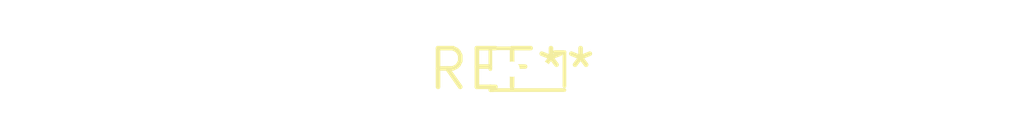
<source format=kicad_pcb>
(kicad_pcb (version 20240108) (generator pcbnew)
  (layers (0 "F.Cu" signal) (31 "B.Cu" signal) (34 "B.Paste" user) (35 "F.Paste" user) (36 "B.SilkS" user "B.Silkscreen") (37 "F.SilkS" user "F.Silkscreen") (38 "B.Mask" user) (39 "F.Mask" user) (44 "Edge.Cuts" user))
  (net 0 "")
  (footprint "PinHeader_2x01_P1.00mm_Vertical" (layer "F.Cu") (at 0 0)
    (property "Reference" "REF**")
    (property "Value" "PinHeader_2x01_P1.00mm_Vertical")
    (fp_line (start -0.71 -0.685) (end 0 -0.685) (layer "F.SilkS") (stroke (width 0.12)))
    (fp_line (start -0.71 0) (end -0.71 -0.685) (layer "F.SilkS") (stroke (width 0.12)))
    (fp_line (start -0.71 0.685) (end -0.71 0.56) (layer "F.SilkS") (stroke (width 0.12)))
    (fp_line (start -0.71 0.685) (end -0.608276 0.685) (layer "F.SilkS") (stroke (width 0.12)))
    (fp_line (start -0.71 0.685) (end 1.71 0.685) (layer "F.SilkS") (stroke (width 0.12)))
    (fp_line (start 1.394493 -0.56) (end 1.71 -0.56) (layer "F.SilkS") (stroke (width 0.12)))
    (fp_line (start 1.71 -0.56) (end 1.71 0.56) (layer "F.SilkS") (stroke (width 0.12)))
    (pad "1" thru_hole rect (at 0 0) (size 0.85 0.85) (drill 0.5) (layers *.Cu *.Mask) (remove_unused_layers))
    (pad "2" thru_hole oval (at 1 0) (size 0.85 0.85) (drill 0.5) (layers *.Cu *.Mask) (remove_unused_layers))
  )
)
</source>
